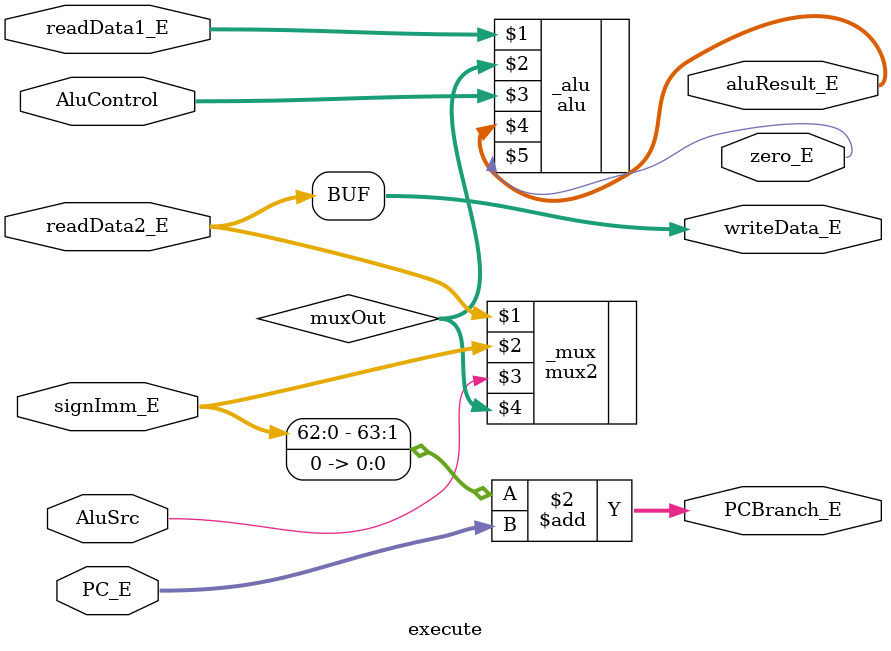
<source format=sv>
	module execute ( input logic AluSrc,
                    input logic[3:0] AluControl,
                    input logic[63:0] PC_E, signImm_E, readData1_E, readData2_E,
                    output logic[63:0] PCBranch_E, aluResult_E, writeData_E, 
                    output logic zero_E);
	
    logic[63:0] muxOut;

    assign writeData_E = readData2_E;
    mux2 _mux(readData2_E, signImm_E, AluSrc, muxOut);
    alu _alu(readData1_E, muxOut, AluControl, aluResult_E, zero_E);

    assign PCBranch_E = (signImm_E <<< 1) + PC_E;

endmodule
	
</source>
